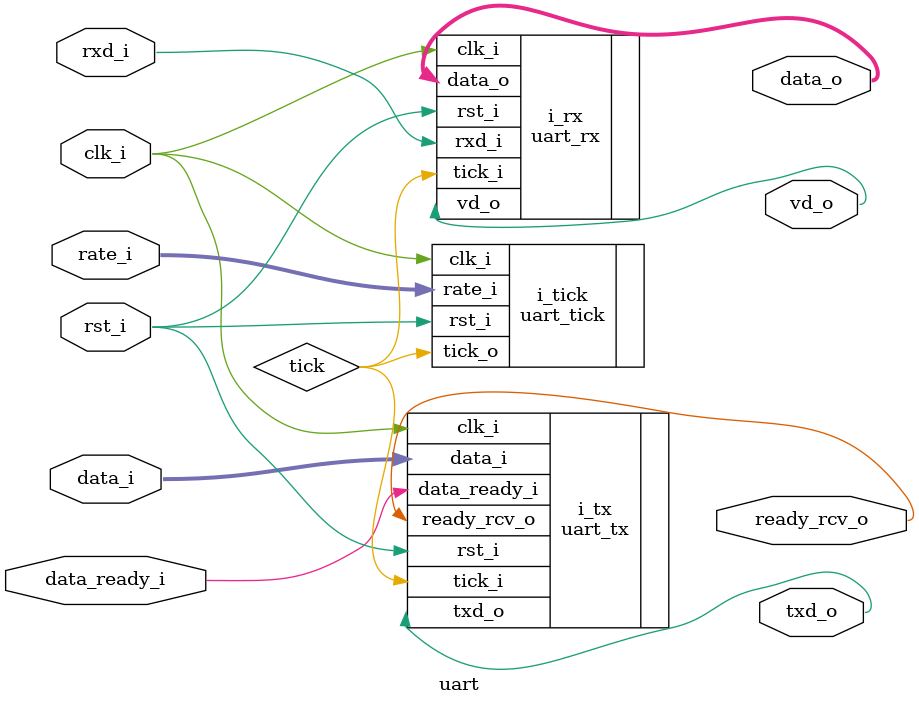
<source format=v>
module uart 
#(
  parameter FREQ = 100000000,
  parameter BAUDRATE = 921600
)
(
input         clk_i,
input         rst_i,
input [1 :0]  rate_i,
input         rxd_i,
output        txd_o,
input         data_ready_i,
input [7 :0]  data_i,
output        ready_rcv_o,
output        vd_o,
output [7 :0] data_o
);
    
wire tick;
    
uart_tick 
#(
    .FREQ     (FREQ    ),
    .BAUDRATE (BAUDRATE)
) 
i_tick
(
    .rst_i  (rst_i ),
    .clk_i  (clk_i ),
    .rate_i (rate_i),
    .tick_o (tick  ) 
);
    
uart_rx 
i_rx
(
    .rst_i  (rst_i ),
    .clk_i  (clk_i ),
    .tick_i (tick  ),
    .rxd_i  (rxd_i ),
    .vd_o   (vd_o  ),
    .data_o (data_o)
    );
    
uart_tx 
i_tx
(
    .rst_i        (rst_i       ),
    .clk_i        (clk_i       ),
    .tick_i       (tick        ),
    .data_ready_i (data_ready_i),
    .data_i       (data_i      ),
    .ready_rcv_o  (ready_rcv_o ),
    .txd_o        (txd_o       )
    );
       
endmodule 
</source>
